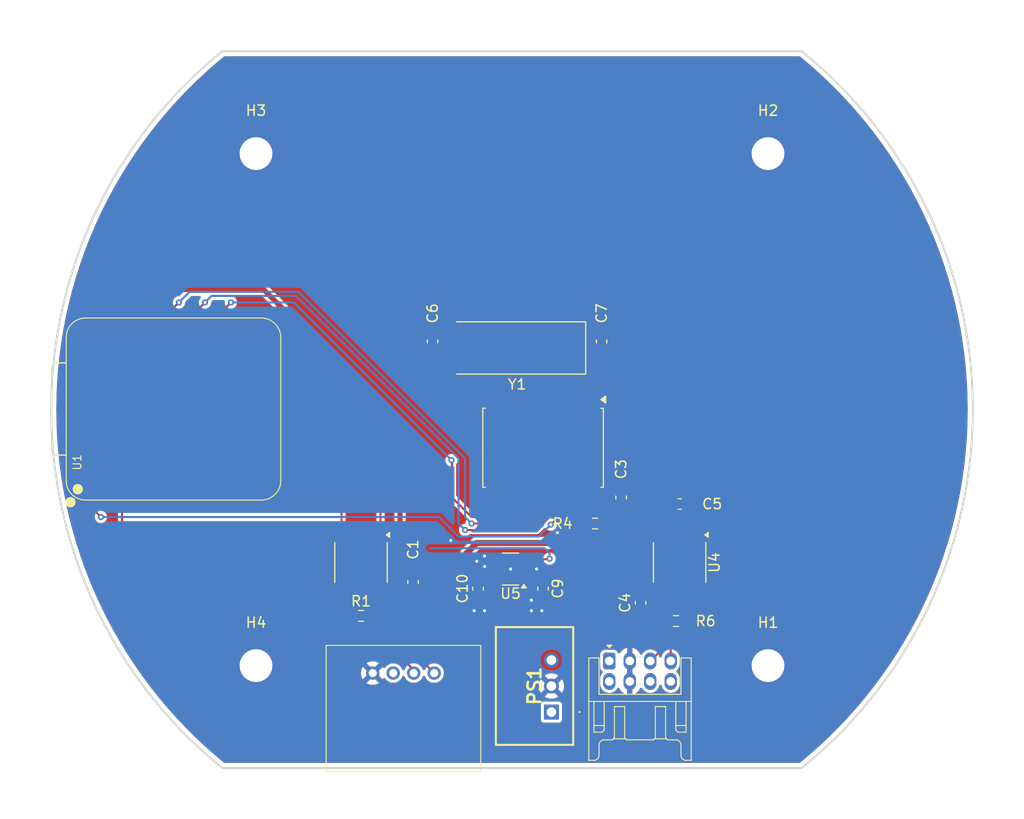
<source format=kicad_pcb>
(kicad_pcb (version 20241229) (generator "pcbnew") (generator_version "9.0")
  (layers (0 "F.Cu" signal) (2 "B.Cu" signal) (13 "F.Paste" user) (15 "B.Paste" user) (5 "F.SilkS" user "F.Silkscreen") (7 "B.SilkS" user "B.Silkscreen") (1 "F.Mask" user) (3 "B.Mask" user) (25 "Edge.Cuts" user))
  (net 0 "")
  (net 1 "+5V")
  (net 2 "GND")
  (net 3 "+3.3V")
  (net 4 "OSC1")
  (net 5 "OSC2")
  (net 6 "RS485_A")
  (net 7 "+12V")
  (net 8 "RS485_B")
  (net 9 "CAN_H")
  (net 10 "CAN_L")
  (net 11 "Net-(U3-~{RESET})")
  (net 12 "RS485_EN")
  (net 13 "RS485_DI")
  (net 14 "RS485_RO")
  (net 16 "CAN_TX")
  (net 17 "SPI_CS_MCP2515")
  (net 21 "CAN_RX")
  (net 23 "SPI_MISO")
  (net 25 "SPI_SCK")
  (net 27 "SPI_MOSI")
  (net 34 "RT9080_EN")
  (footprint "Capacitor_SMD:C_0603_1608Metric_Pad1.08x0.95mm_HandSolder" (layer "F.Cu") (at 140.335 116.84 -90)
    (property "Reference" "C1" (at -3.175 0 90) (layer "F.SilkS"))
    (property "Value" "0.1u")
    (fp_line (start -0.146267 0.51) (end 0.146267 0.51) (stroke (width 0.12)) (layer "F.SilkS"))
    (fp_line (start -0.146267 -0.51) (end 0.146267 -0.51) (stroke (width 0.12)) (layer "F.SilkS"))
    (pad "1" smd roundrect (at -0.8625 0 270) (size 1.075 0.95) (layers "F.Cu" "F.Mask" "F.Paste") (net 2 "GND"))
    (pad "2" smd roundrect (at 0.8625 0 270) (size 1.075 0.95) (layers "F.Cu" "F.Mask" "F.Paste") (net 1 "+5V"))
  )
  (footprint "Capacitor_SMD:C_0603_1608Metric_Pad1.08x0.95mm_HandSolder" (layer "F.Cu") (at 146.685 117.475 -90)
    (property "Reference" "C10" (at 0 1.524 90) (layer "F.SilkS"))
    (property "Value" "1u")
    (fp_line (start -0.146267 0.51) (end 0.146267 0.51) (stroke (width 0.12)) (layer "F.SilkS"))
    (fp_line (start -0.146267 -0.51) (end 0.146267 -0.51) (stroke (width 0.12)) (layer "F.SilkS"))
    (pad "1" smd roundrect (at -0.8625 0 270) (size 1.075 0.95) (layers "F.Cu" "F.Mask" "F.Paste") (net 3 "+3.3V"))
    (pad "2" smd roundrect (at 0.8625 0 270) (size 1.075 0.95) (layers "F.Cu" "F.Mask" "F.Paste") (net 2 "GND"))
  )
  (footprint "Resistor_SMD:R_0603_1608Metric_Pad0.98x0.95mm_HandSolder" (layer "F.Cu") (at 166.0125 120.65)
    (property "Reference" "R6" (at 2.8975 0 0) (layer "F.SilkS"))
    (property "Value" "120")
    (fp_line (start -0.254724 -0.5225) (end 0.254724 -0.5225) (stroke (width 0.12)) (layer "F.SilkS"))
    (fp_line (start -0.254724 0.5225) (end 0.254724 0.5225) (stroke (width 0.12)) (layer "F.SilkS"))
    (pad "1" smd roundrect (at -0.9125 0) (size 0.975 0.95) (layers "F.Cu" "F.Mask" "F.Paste") (net 10 "CAN_L"))
    (pad "2" smd roundrect (at 0.9125 0) (size 0.975 0.95) (layers "F.Cu" "F.Mask" "F.Paste") (net 9 "CAN_H"))
  )
  (footprint "Capacitor_SMD:C_0603_1608Metric_Pad1.08x0.95mm_HandSolder" (layer "F.Cu") (at 158.75 93.345 90)
    (property "Reference" "C7" (at 2.745 0 90) (layer "F.SilkS"))
    (property "Value" "15pF")
    (fp_line (start -0.146267 -0.51) (end 0.146267 -0.51) (stroke (width 0.12)) (layer "F.SilkS"))
    (fp_line (start -0.146267 0.51) (end 0.146267 0.51) (stroke (width 0.12)) (layer "F.SilkS"))
    (pad "1" smd roundrect (at -0.8625 0 90) (size 1.075 0.95) (layers "F.Cu" "F.Mask" "F.Paste") (net 5 "OSC2"))
    (pad "2" smd roundrect (at 0.8625 0 90) (size 1.075 0.95) (layers "F.Cu" "F.Mask" "F.Paste") (net 2 "GND"))
  )
  (footprint "Resistor_SMD:R_0603_1608Metric_Pad0.98x0.95mm_HandSolder" (layer "F.Cu") (at 135.255 120.142)
    (property "Reference" "R1" (at 0 -1.43 0) (layer "F.SilkS"))
    (property "Value" "120")
    (fp_line (start -0.254724 -0.5225) (end 0.254724 -0.5225) (stroke (width 0.12)) (layer "F.SilkS"))
    (fp_line (start -0.254724 0.5225) (end 0.254724 0.5225) (stroke (width 0.12)) (layer "F.SilkS"))
    (pad "1" smd roundrect (at -0.9125 0) (size 0.975 0.95) (layers "F.Cu" "F.Mask" "F.Paste") (net 6 "RS485_A"))
    (pad "2" smd roundrect (at 0.9125 0) (size 0.975 0.95) (layers "F.Cu" "F.Mask" "F.Paste") (net 8 "RS485_B"))
  )
  (footprint "MountingHole:MountingHole_3.2mm_M3_Pad_TopBottom" (layer "F.Cu") (at 125.000001 75)
    (property "Reference" "H3" (at 0 -4.2 0) (layer "F.SilkS"))
    (property "Value" "MountingHole_Pad")
    (pad "1" thru_hole circle (at 0 0) (size 3.6 3.6) (drill 3.2) (layers "*.Cu" "*.Mask") (net 2 "GND"))
    (pad "1" connect circle (at 0 0) (size 6.4 6.4) (layers "F.Cu" "F.Mask") (net 2 "GND"))
    (pad "1" connect circle (at 0 0) (size 6.4 6.4) (layers "B.Cu" "B.Mask") (net 2 "GND"))
  )
  (footprint "Resistor_SMD:R_0603_1608Metric_Pad0.98x0.95mm_HandSolder" (layer "F.Cu") (at 158.115 111.125)
    (property "Reference" "R4" (at -3.175 0 0) (layer "F.SilkS"))
    (property "Value" "10K")
    (fp_line (start -0.254724 -0.5225) (end 0.254724 -0.5225) (stroke (width 0.12)) (layer "F.SilkS"))
    (fp_line (start -0.254724 0.5225) (end 0.254724 0.5225) (stroke (width 0.12)) (layer "F.SilkS"))
    (pad "1" smd roundrect (at -0.9125 0) (size 0.975 0.95) (layers "F.Cu" "F.Mask" "F.Paste") (net 11 "Net-(U3-~{RESET})"))
    (pad "2" smd roundrect (at 0.9125 0) (size 0.975 0.95) (layers "F.Cu" "F.Mask" "F.Paste") (net 3 "+3.3V"))
  )
  (footprint "MountingHole:MountingHole_3.2mm_M3_Pad_TopBottom" (layer "F.Cu") (at 175.000001 75)
    (property "Reference" "H2" (at 0 -4.2 0) (layer "F.SilkS"))
    (property "Value" "MountingHole_Pad")
    (pad "1" thru_hole circle (at 0 0) (size 3.6 3.6) (drill 3.2) (layers "*.Cu" "*.Mask") (net 2 "GND"))
    (pad "1" connect circle (at 0 0) (size 6.4 6.4) (layers "F.Cu" "F.Mask") (net 2 "GND"))
    (pad "1" connect circle (at 0 0) (size 6.4 6.4) (layers "B.Cu" "B.Mask") (net 2 "GND"))
  )
  (footprint "Capacitor_SMD:C_0603_1608Metric_Pad1.08x0.95mm_HandSolder" (layer "F.Cu") (at 160.655 108.585 90)
    (property "Reference" "C3" (at 2.7675 0 90) (layer "F.SilkS"))
    (property "Value" "0.1uF")
    (fp_line (start -0.146267 -0.51) (end 0.146267 -0.51) (stroke (width 0.12)) (layer "F.SilkS"))
    (fp_line (start -0.146267 0.51) (end 0.146267 0.51) (stroke (width 0.12)) (layer "F.SilkS"))
    (pad "1" smd roundrect (at -0.8625 0 90) (size 1.075 0.95) (layers "F.Cu" "F.Mask" "F.Paste") (net 3 "+3.3V"))
    (pad "2" smd roundrect (at 0.8625 0 90) (size 1.075 0.95) (layers "F.Cu" "F.Mask" "F.Paste") (net 2 "GND"))
  )
  (footprint "Package_SO:SOIC-8_3.9x4.9mm_P1.27mm" (layer "F.Cu") (at 135.255 114.935 -90)
    (property "Reference" "U2" (hide yes))
    (property "Value" "LT1785xS8")
    (fp_line (start 0 2.56) (end -1.95 2.56) (stroke (width 0.12)) (layer "F.SilkS"))
    (fp_line (start 0 2.56) (end 1.95 2.56) (stroke (width 0.12)) (layer "F.SilkS"))
    (fp_line (start 0 -2.56) (end -1.95 -2.56) (stroke (width 0.12)) (layer "F.SilkS"))
    (fp_line (start 0 -2.56) (end 1.95 -2.56) (stroke (width 0.12)) (layer "F.SilkS"))
    (fp_poly (pts (xy -2.7 -2.465) (xy -2.94 -2.795) (xy -2.46 -2.795) (xy -2.7 -2.465)) (stroke (width 0.12)) (fill yes) (layer "F.SilkS"))
    (pad "1" smd roundrect (at -2.475 -1.905 270) (size 1.95 0.6) (layers "F.Cu" "F.Mask" "F.Paste") (net 14 "RS485_RO"))
    (pad "2" smd roundrect (at -2.475 -0.635 270) (size 1.95 0.6) (layers "F.Cu" "F.Mask" "F.Paste") (net 12 "RS485_EN"))
    (pad "3" smd roundrect (at -2.475 0.635 270) (size 1.95 0.6) (layers "F.Cu" "F.Mask" "F.Paste") (net 12 "RS485_EN"))
    (pad "4" smd roundrect (at -2.475 1.905 270) (size 1.95 0.6) (layers "F.Cu" "F.Mask" "F.Paste") (net 13 "RS485_DI"))
    (pad "5" smd roundrect (at 2.475 1.905 270) (size 1.95 0.6) (layers "F.Cu" "F.Mask" "F.Paste") (net 2 "GND"))
    (pad "6" smd roundrect (at 2.475 0.635 270) (size 1.95 0.6) (layers "F.Cu" "F.Mask" "F.Paste") (net 6 "RS485_A"))
    (pad "7" smd roundrect (at 2.475 -0.635 270) (size 1.95 0.6) (layers "F.Cu" "F.Mask" "F.Paste") (net 8 "RS485_B"))
    (pad "8" smd roundrect (at 2.475 -1.905 270) (size 1.95 0.6) (layers "F.Cu" "F.Mask" "F.Paste") (net 1 "+5V"))
  )
  (footprint "Capacitor_SMD:C_0603_1608Metric_Pad1.08x0.95mm_HandSolder" (layer "F.Cu") (at 153.035 117.475 -90)
    (property "Reference" "C9" (at 0 -1.43 90) (layer "F.SilkS"))
    (property "Value" "1u")
    (fp_line (start -0.146267 0.51) (end 0.146267 0.51) (stroke (width 0.12)) (layer "F.SilkS"))
    (fp_line (start -0.146267 -0.51) (end 0.146267 -0.51) (stroke (width 0.12)) (layer "F.SilkS"))
    (pad "1" smd roundrect (at -0.8625 0 270) (size 1.075 0.95) (layers "F.Cu" "F.Mask" "F.Paste") (net 1 "+5V"))
    (pad "2" smd roundrect (at 0.8625 0 270) (size 1.075 0.95) (layers "F.Cu" "F.Mask" "F.Paste") (net 2 "GND"))
  )
  (footprint "Capacitor_SMD:C_0603_1608Metric_Pad1.08x0.95mm_HandSolder" (layer "F.Cu") (at 142.24 93.345 90)
    (property "Reference" "C6" (at 2.745 0 90) (layer "F.SilkS"))
    (property "Value" "15pF")
    (fp_line (start -0.146267 -0.51) (end 0.146267 -0.51) (stroke (width 0.12)) (layer "F.SilkS"))
    (fp_line (start -0.146267 0.51) (end 0.146267 0.51) (stroke (width 0.12)) (layer "F.SilkS"))
    (pad "1" smd roundrect (at -0.8625 0 90) (size 1.075 0.95) (layers "F.Cu" "F.Mask" "F.Paste") (net 4 "OSC1"))
    (pad "2" smd roundrect (at 0.8625 0 90) (size 1.075 0.95) (layers "F.Cu" "F.Mask" "F.Paste") (net 2 "GND"))
  )
  (footprint "Package_SO:SOIC-18W_7.5x11.6mm_P1.27mm" (layer "F.Cu") (at 153.035 103.7325 -90)
    (property "Reference" "U3" (hide yes))
    (property "Value" "MCP2515-xSO")
    (fp_line (start -3.86 5.885) (end -3.86 5.64) (stroke (width 0.12)) (layer "F.SilkS"))
    (fp_line (start 0 5.885) (end -3.86 5.885) (stroke (width 0.12)) (layer "F.SilkS"))
    (fp_line (start 0 5.885) (end 3.86 5.885) (stroke (width 0.12)) (layer "F.SilkS"))
    (fp_line (start 3.86 5.885) (end 3.86 5.64) (stroke (width 0.12)) (layer "F.SilkS"))
    (fp_line (start -3.86 -5.885) (end -3.86 -5.64) (stroke (width 0.12)) (layer "F.SilkS"))
    (fp_line (start 0 -5.885) (end -3.86 -5.885) (stroke (width 0.12)) (layer "F.SilkS"))
    (fp_line (start 0 -5.885) (end 3.86 -5.885) (stroke (width 0.12)) (layer "F.SilkS"))
    (fp_line (start 3.86 -5.885) (end 3.86 -5.64) (stroke (width 0.12)) (layer "F.SilkS"))
    (fp_poly (pts (xy -4.7125 -5.64) (xy -5.0525 -6.11) (xy -4.3725 -6.11) (xy -4.7125 -5.64)) (stroke (width 0.12)) (fill yes) (layer "F.SilkS"))
    (pad "1" smd roundrect (at -4.65 -5.08 270) (size 2.05 0.6) (layers "F.Cu" "F.Mask" "F.Paste") (net 16 "CAN_TX"))
    (pad "2" smd roundrect (at -4.65 -3.81 270) (size 2.05 0.6) (layers "F.Cu" "F.Mask" "F.Paste") (net 21 "CAN_RX"))
    (pad "3" smd roundrect (at -4.65 -2.54 270) (size 2.05 0.6) (layers "F.Cu" "F.Mask" "F.Paste"))
    (pad "4" smd roundrect (at -4.65 -1.27 270) (size 2.05 0.6) (layers "F.Cu" "F.Mask" "F.Paste"))
    (pad "5" smd roundrect (at -4.65 0 270) (size 2.05 0.6) (layers "F.Cu" "F.Mask" "F.Paste"))
    (pad "6" smd roundrect (at -4.65 1.27 270) (size 2.05 0.6) (layers "F.Cu" "F.Mask" "F.Paste"))
    (pad "7" smd roundrect (at -4.65 2.54 270) (size 2.05 0.6) (layers "F.Cu" "F.Mask" "F.Paste") (net 5 "OSC2"))
    (pad "8" smd roundrect (at -4.65 3.81 270) (size 2.05 0.6) (layers "F.Cu" "F.Mask" "F.Paste") (net 4 "OSC1"))
    (pad "9" smd roundrect (at -4.65 5.08 270) (size 2.05 0.6) (layers "F.Cu" "F.Mask" "F.Paste") (net 2 "GND"))
    (pad "10" smd roundrect (at 4.65 5.08 270) (size 2.05 0.6) (layers "F.Cu" "F.Mask" "F.Paste"))
    (pad "11" smd roundrect (at 4.65 3.81 270) (size 2.05 0.6) (layers "F.Cu" "F.Mask" "F.Paste"))
    (pad "12" smd roundrect (at 4.65 2.54 270) (size 2.05 0.6) (layers "F.Cu" "F.Mask" "F.Paste"))
    (pad "13" smd roundrect (at 4.65 1.27 270) (size 2.05 0.6) (layers "F.Cu" "F.Mask" "F.Paste") (net 25 "SPI_SCK"))
    (pad "14" smd roundrect (at 4.65 0 270) (size 2.05 0.6) (layers "F.Cu" "F.Mask" "F.Paste") (net 27 "SPI_MOSI"))
    (pad "15" smd roundrect (at 4.65 -1.27 270) (size 2.05 0.6) (layers "F.Cu" "F.Mask" "F.Paste") (net 23 "SPI_MISO"))
    (pad "16" smd roundrect (at 4.65 -2.54 270) (size 2.05 0.6) (layers "F.Cu" "F.Mask" "F.Paste") (net 17 "SPI_CS_MCP2515"))
    (pad "17" smd roundrect (at 4.65 -3.81 270) (size 2.05 0.6) (layers "F.Cu" "F.Mask" "F.Paste") (net 11 "Net-(U3-~{RESET})"))
    (pad "18" smd roundrect (at 4.65 -5.08 270) (size 2.05 0.6) (layers "F.Cu" "F.Mask" "F.Paste") (net 3 "+3.3V"))
  )
  (footprint "MountingHole:MountingHole_3.2mm_M3_Pad_TopBottom" (layer "F.Cu") (at 175.000001 125)
    (property "Reference" "H1" (at 0 -4.2 0) (layer "F.SilkS"))
    (property "Value" "MountingHole_Pad")
    (pad "1" thru_hole circle (at 0 0) (size 3.6 3.6) (drill 3.2) (layers "*.Cu" "*.Mask") (net 2 "GND"))
    (pad "1" connect circle (at 0 0) (size 6.4 6.4) (layers "F.Cu" "F.Mask") (net 2 "GND"))
    (pad "1" connect circle (at 0 0) (size 6.4 6.4) (layers "B.Cu" "B.Mask") (net 2 "GND"))
  )
  (footprint "Package_SO:SOIC-8_3.9x4.9mm_P1.27mm" (layer "F.Cu") (at 166.37 114.935 -90)
    (property "Reference" "U4" (at 0 -3.4 90) (layer "F.SilkS"))
    (property "Value" "MCP2562-E-SN")
    (fp_line (start 0 2.56) (end -1.95 2.56) (stroke (width 0.12)) (layer "F.SilkS"))
    (fp_line (start 0 2.56) (end 1.95 2.56) (stroke (width 0.12)) (layer "F.SilkS"))
    (fp_line (start 0 -2.56) (end -1.95 -2.56) (stroke (width 0.12)) (layer "F.SilkS"))
    (fp_line (start 0 -2.56) (end 1.95 -2.56) (stroke (width 0.12)) (layer "F.SilkS"))
    (fp_poly (pts (xy -2.7 -2.465) (xy -2.94 -2.795) (xy -2.46 -2.795) (xy -2.7 -2.465)) (stroke (width 0.12)) (fill yes) (layer "F.SilkS"))
    (pad "1" smd roundrect (at -2.475 -1.905 270) (size 1.95 0.6) (layers "F.Cu" "F.Mask" "F.Paste") (net 16 "CAN_TX"))
    (pad "2" smd roundrect (at -2.475 -0.635 270) (size 1.95 0.6) (layers "F.Cu" "F.Mask" "F.Paste") (net 2 "GND"))
    (pad "3" smd roundrect (at -2.475 0.635 270) (size 1.95 0.6) (layers "F.Cu" "F.Mask" "F.Paste") (net 3 "+3.3V"))
    (pad "4" smd roundrect (at -2.475 1.905 270) (size 1.95 0.6) (layers "F.Cu" "F.Mask" "F.Paste") (net 21 "CAN_RX"))
    (pad "5" smd roundrect (at 2.475 1.905 270) (size 1.95 0.6) (layers "F.Cu" "F.Mask" "F.Paste") (net 3 "+3.3V"))
    (pad "6" smd roundrect (at 2.475 0.635 270) (size 1.95 0.6) (layers "F.Cu" "F.Mask" "F.Paste") (net 10 "CAN_L"))
    (pad "7" smd roundrect (at 2.475 -0.635 270) (size 1.95 0.6) (layers "F.Cu" "F.Mask" "F.Paste") (net 9 "CAN_H"))
    (pad "8" smd roundrect (at 2.475 -1.905 270) (size 1.95 0.6) (layers "F.Cu" "F.Mask" "F.Paste") (net 2 "GND"))
  )
  (footprint "Package_TO_SOT_SMD:TSOT-23-5" (layer "F.Cu") (at 149.86 115.57 180)
    (property "Reference" "U5" (at 0 -2.4 0) (layer "F.SilkS"))
    (property "Value" "NCV8114BSN330T1G")
    (fp_line (start 0 1.56) (end 0.8 1.56) (stroke (width 0.12)) (layer "F.SilkS"))
    (fp_line (start 0 1.56) (end -0.8 1.56) (stroke (width 0.12)) (layer "F.SilkS"))
    (fp_line (start 0 -1.56) (end 0.8 -1.56) (stroke (width 0.12)) (layer "F.SilkS"))
    (fp_line (start 0 -1.56) (end -0.8 -1.56) (stroke (width 0.12)) (layer "F.SilkS"))
    (fp_poly (pts (xy -1.3 -1.51) (xy -1.54 -1.84) (xy -1.06 -1.84) (xy -1.3 -1.51)) (stroke (width 0.12)) (fill yes) (layer "F.SilkS"))
    (pad "1" smd roundrect (at -1.1375 -0.95 180) (size 1.325 0.6) (layers "F.Cu" "F.Mask" "F.Paste") (net 1 "+5V"))
    (pad "2" smd roundrect (at -1.1375 0 180) (size 1.325 0.6) (layers "F.Cu" "F.Mask" "F.Paste") (net 2 "GND"))
    (pad "3" smd roundrect (at -1.1375 0.95 180) (size 1.325 0.6) (layers "F.Cu" "F.Mask" "F.Paste") (net 34 "RT9080_EN"))
    (pad "4" smd roundrect (at 1.1375 0.95 180) (size 1.325 0.6) (layers "F.Cu" "F.Mask" "F.Paste"))
    (pad "5" smd roundrect (at 1.1375 -0.95 180) (size 1.325 0.6) (layers "F.Cu" "F.Mask" "F.Paste") (net 3 "+3.3V"))
  )
  (footprint "Capacitor_SMD:C_0603_1608Metric_Pad1.08x0.95mm_HandSolder" (layer "F.Cu") (at 166.37 109.22 180)
    (property "Reference" "C5" (at -3.175 0 0) (layer "F.SilkS"))
    (property "Value" "0.1uF")
    (fp_line (start -0.146267 0.51) (end 0.146267 0.51) (stroke (width 0.12)) (layer "F.SilkS"))
    (fp_line (start -0.146267 -0.51) (end 0.146267 -0.51) (stroke (width 0.12)) (layer "F.SilkS"))
    (pad "1" smd roundrect (at -0.8625 0 180) (size 1.075 0.95) (layers "F.Cu" "F.Mask" "F.Paste") (net 2 "GND"))
    (pad "2" smd roundrect (at 0.8625 0 180) (size 1.075 0.95) (layers "F.Cu" "F.Mask" "F.Paste") (net 3 "+3.3V"))
  )
  (footprint "Capacitor_SMD:C_0603_1608Metric_Pad1.08x0.95mm_HandSolder" (layer "F.Cu") (at 162.56 118.872 90)
    (property "Reference" "C4" (at 0 -1.524 90) (layer "F.SilkS"))
    (property "Value" "0.1uF")
    (fp_line (start -0.146267 -0.51) (end 0.146267 -0.51) (stroke (width 0.12)) (layer "F.SilkS"))
    (fp_line (start -0.146267 0.51) (end 0.146267 0.51) (stroke (width 0.12)) (layer "F.SilkS"))
    (pad "1" smd roundrect (at -0.8625 0 90) (size 1.075 0.95) (layers "F.Cu" "F.Mask" "F.Paste") (net 2 "GND"))
    (pad "2" smd roundrect (at 0.8625 0 90) (size 1.075 0.95) (layers "F.Cu" "F.Mask" "F.Paste") (net 3 "+3.3V"))
  )
  (footprint "TSRP_Connector_Hirose:DF11-8DP-2DS" (layer "F.Cu") (at 162.5 128)
    (property "Reference" "J2" (hide yes))
    (property "Value" "DF11-8DP-2DS")
    (fp_line (start -5 -3.75) (end -5 6.25) (stroke (width 0.1)) (layer "F.SilkS"))
    (fp_line (start -5 -3.75) (end -4 -3.75) (stroke (width 0.1)) (layer "F.SilkS"))
    (fp_line (start -5 0.5) (end 5 0.5) (stroke (width 0.1)) (layer "F.SilkS"))
    (fp_line (start -5 6.25) (end -4.5 6.25) (stroke (width 0.1)) (layer "F.SilkS"))
    (fp_line (start -4.5 0.5) (end -4.5 3.5) (stroke (width 0.1)) (layer "F.SilkS"))
    (fp_line (start -4.5 3.5) (end -3.7 3.5) (stroke (width 0.1)) (layer "F.SilkS"))
    (fp_line (start -4 -3.75) (end -4 -0.2) (stroke (width 0.1)) (layer "F.SilkS"))
    (fp_line (start -4 4.75) (end -4 5.75) (stroke (width 0.1)) (layer "F.SilkS"))
    (fp_line (start -3.7 3.5) (end -3.5 3.3) (stroke (width 0.1)) (layer "F.SilkS"))
    (fp_line (start -3.5 2.85) (end -4.5 2.85) (stroke (width 0.1)) (layer "F.SilkS"))
    (fp_line (start -3.5 3.3) (end -3.5 0.5) (stroke (width 0.1)) (layer "F.SilkS"))
    (fp_line (start -3.5 4.25) (end -2.7 4.25) (stroke (width 0.1)) (layer "F.SilkS"))
    (fp_line (start -2.7 4.25) (end -2.5 4.05) (stroke (width 0.1)) (layer "F.SilkS"))
    (fp_line (start -2.6 4.15) (end -1.4 4.15) (stroke (width 0.1)) (layer "F.SilkS"))
    (fp_line (start -2.5 1) (end -2.5 4.05) (stroke (width 0.1)) (layer "F.SilkS"))
    (fp_line (start -2.5 1) (end -1.5 1) (stroke (width 0.1)) (layer "F.SilkS"))
    (fp_line (start -1.5 1) (end -1.5 4.05) (stroke (width 0.1)) (layer "F.SilkS"))
    (fp_line (start -1.5 4.05) (end -1.3 4.25) (stroke (width 0.1)) (layer "F.SilkS"))
    (fp_line (start -1.3 4.25) (end 1.3 4.25) (stroke (width 0.1)) (layer "F.SilkS"))
    (fp_line (start 1.3 4.25) (end 1.5 4.05) (stroke (width 0.1)) (layer "F.SilkS"))
    (fp_line (start 1.4 4.15) (end 2.6 4.15) (stroke (width 0.1)) (layer "F.SilkS"))
    (fp_line (start 1.5 1) (end 1.5 4.05) (stroke (width 0.1)) (layer "F.SilkS"))
    (fp_line (start 2.5 1) (end 1.5 1) (stroke (width 0.1)) (layer "F.SilkS"))
    (fp_line (start 2.5 1) (end 2.5 4.05) (stroke (width 0.1)) (layer "F.SilkS"))
    (fp_line (start 2.5 4.05) (end 2.7 4.25) (stroke (width 0.1)) (layer "F.SilkS"))
    (fp_line (start 2.7 4.25) (end 3.5 4.25) (stroke (width 0.1)) (layer "F.SilkS"))
    (fp_line (start 3.5 2.85) (end 4.5 2.85) (stroke (width 0.1)) (layer "F.SilkS"))
    (fp_line (start 3.5 3.3) (end 3.5 0.5) (stroke (width 0.1)) (layer "F.SilkS"))
    (fp_line (start 3.5 3.3) (end 3.7 3.5) (stroke (width 0.1)) (layer "F.SilkS"))
    (fp_line (start 4 -3.75) (end 4 -0.2) (stroke (width 0.1)) (layer "F.SilkS"))
    (fp_line (start 4 -0.2) (end -4 -0.2) (stroke (width 0.1)) (layer "F.SilkS"))
    (fp_line (start 4 4.75) (end 4 5.75) (stroke (width 0.1)) (layer "F.SilkS"))
    (fp_line (start 4.5 0.5) (end 4.5 3.5) (stroke (width 0.1)) (layer "F.SilkS"))
    (fp_line (start 4.5 3.5) (end 3.7 3.5) (stroke (width 0.1)) (layer "F.SilkS"))
    (fp_line (start 5 -3.75) (end 4 -3.75) (stroke (width 0.1)) (layer "F.SilkS"))
    (fp_line (start 5 -3.75) (end 5 6.25) (stroke (width 0.1)) (layer "F.SilkS"))
    (fp_line (start 5 6.25) (end 4.5 6.25) (stroke (width 0.1)) (layer "F.SilkS"))
    (fp_arc (start -4 4.75) (mid -3.853553 4.396447) (end -3.5 4.25) (stroke (width 0.1)) (layer "F.SilkS"))
    (fp_arc (start -4 5.75) (mid -4.146447 6.103553) (end -4.5 6.25) (stroke (width 0.1)) (layer "F.SilkS"))
    (fp_arc (start 3.5 4.25) (mid 3.853553 4.396447) (end 4 4.75) (stroke (width 0.1)) (layer "F.SilkS"))
    (fp_arc (start 4.5 6.25) (mid 4.146447 6.103553) (end 4 5.75) (stroke (width 0.1)) (layer "F.SilkS"))
    (fp_poly (pts (xy -3.25 -5) (xy -2.75 -5) (xy -3 -4.75)) (stroke (width 0.1)) (fill yes) (layer "F.SilkS"))
    (pad "1" thru_hole roundrect (at -3 -3.45) (size 1.2 1.62) (drill 0.85) (layers "*.Cu" "*.Mask") (roundrect_rratio 0.2083333333) (net 7 "+12V"))
    (pad "2" thru_hole oval (at -3 -1.45) (size 1.2 1.65) (drill 0.85) (layers "*.Cu" "*.Mask") (net 7 "+12V"))
    (pad "3" thru_hole oval (at -1 -3.45) (size 1.2 1.65) (drill 0.85) (layers "*.Cu" "*.Mask") (net 2 "GND"))
    (pad "4" thru_hole oval (at -1 -1.45) (size 1.2 1.65) (drill 0.85) (layers "*.Cu" "*.Mask") (net 2 "GND"))
    (pad "5" thru_hole oval (at 1 -3.45) (size 1.2 1.65) (drill 0.85) (layers "*.Cu" "*.Mask") (net 10 "CAN_L"))
    (pad "6" thru_hole oval (at 1 -1.45) (size 1.2 1.65) (drill 0.85) (layers "*.Cu" "*.Mask") (net 10 "CAN_L"))
    (pad "7" thru_hole oval (at 3 -3.45) (size 1.2 1.65) (drill 0.85) (layers "*.Cu" "*.Mask") (net 9 "CAN_H"))
    (pad "8" thru_hole oval (at 3 -1.45) (size 1.2 1.65) (drill 0.85) (layers "*.Cu" "*.Mask") (net 9 "CAN_H"))
  )
  (footprint "TSRP_Seeed_XIAO:XIAO-RP2040-SMD" (layer "F.Cu") (at 117 100 90)
    (property "Reference" "U1" (at -6 -9 90) (layer "F.SilkS") (effects (font (size 0.78232 0.78232) (thickness 0.10668)) (justify left bottom)))
    (property "Value" "XIAO-RP2040-DIP")
    (fp_line (start -3.936272 -11.947) (end 4.059 -11.947) (stroke (width 0.127)) (layer "F.SilkS"))
    (fp_line (start 4.559 -11.447) (end 4.559 -10.537) (stroke (width 0.127)) (layer "F.SilkS"))
    (fp_line (start 7.04 -10.537) (end -6.93 -10.537) (stroke (width 0.1)) (layer "F.SilkS"))
    (fp_line (start -4.44 -10.537) (end -4.436272 -11.447272) (stroke (width 0.127)) (layer "F.SilkS"))
    (fp_line (start 8.945 8.513) (end 8.945 -8.632) (stroke (width 0.1)) (layer "F.SilkS"))
    (fp_line (start -8.835 8.513) (end -8.835 -8.632) (stroke (width 0.1)) (layer "F.SilkS"))
    (fp_line (start -6.93 10.418) (end 7.04 10.418) (stroke (width 0.1)) (layer "F.SilkS"))
    (fp_arc (start 4.059 -11.947) (mid 4.412553 -11.800553) (end 4.559 -11.447) (stroke (width 0.127)) (layer "F.SilkS"))
    (fp_arc (start -4.436272 -11.447272) (mid -4.289724 -11.800644) (end -3.936272 -11.947) (stroke (width 0.127)) (layer "F.SilkS"))
    (fp_arc (start 7.04 -10.537) (mid 8.387038 -9.979038) (end 8.945 -8.632) (stroke (width 0.1)) (layer "F.SilkS"))
    (fp_arc (start -8.835 -8.636) (mid -8.277038 -9.983038) (end -6.93 -10.541) (stroke (width 0.1)) (layer "F.SilkS"))
    (fp_arc (start 8.945 8.513) (mid 8.387038 9.860038) (end 7.04 10.418) (stroke (width 0.1)) (layer "F.SilkS"))
    (fp_arc (start -6.93 10.418) (mid -8.277038 9.860038) (end -8.835 8.513) (stroke (width 0.1)) (layer "F.SilkS"))
    (fp_circle (center -9.045 -10.121) (end -9.045 -10.375) (stroke (width 0.5)) (fill yes) (layer "F.SilkS"))
    (fp_circle (center -7.771 -9.404) (end -7.771 -9.658) (stroke (width 0.5)) (fill yes) (layer "F.SilkS"))
    (pad "1" smd roundrect (at -8 -7.62 90) (size 2.75 2) (layers "F.Cu" "F.Mask" "F.Paste") (net 17 "SPI_CS_MCP2515"))
    (pad "2" smd roundrect (at -8 -5.08 90) (size 2.75 2) (layers "F.Cu" "F.Mask" "F.Paste") (net 12 "RS485_EN"))
    (pad "3" smd roundrect (at -8 -2.54 90) (size 2.75 2) (layers "F.Cu" "F.Mask" "F.Paste"))
    (pad "4" smd roundrect (at -8 0 90) (size 2.75 2) (layers "F.Cu" "F.Mask" "F.Paste"))
    (pad "5" smd roundrect (at -8 2.54 90) (size 2.75 2) (layers "F.Cu" "F.Mask" "F.Paste"))
    (pad "6" smd roundrect (at -8 5.08 90) (size 2.75 2) (layers "F.Cu" "F.Mask" "F.Paste"))
    (pad "7" smd roundrect (at -8 7.62 90) (size 2.75 2) (layers "F.Cu" "F.Mask" "F.Paste") (net 13 "RS485_DI"))
    (pad "8" smd roundrect (at 8.165 7.62 90) (size 2.75 2) (layers "F.Cu" "F.Mask" "F.Paste") (net 14 "RS485_RO"))
    (pad "9" smd roundrect (at 8.165 5.08 90) (size 2.75 2) (layers "F.Cu" "F.Mask" "F.Paste") (net 25 "SPI_SCK"))
    (pad "10" smd roundrect (at 8.165 2.54 90) (size 2.75 2) (layers "F.Cu" "F.Mask" "F.Paste") (net 23 "SPI_MISO"))
    (pad "11" smd roundrect (at 8.165 0 90) (size 2.75 2) (layers "F.Cu" "F.Mask" "F.Paste") (net 27 "SPI_MOSI"))
    (pad "12" smd roundrect (at 8.165 -2.54 90) (size 2.75 2) (layers "F.Cu" "F.Mask" "F.Paste"))
    (pad "13" smd roundrect (at 8.165 -5.08 90) (size 2.75 2) (layers "F.Cu" "F.Mask" "F.Paste") (net 2 "GND"))
    (pad "14" smd roundrect (at 8.165 -7.62 90) (size 2.75 2) (layers "F.Cu" "F.Mask" "F.Paste") (net 1 "+5V"))
    (pad "15" smd roundrect (at -1.088 8.64) (size 2.5 1.1) (layers "F.Cu" "F.Mask" "F.Paste"))
    (pad "16" smd roundrect (at 1.452 8.64) (size 2.5 1.1) (layers "F.Cu" "F.Mask" "F.Paste"))
    (pad "17" smd circle (at -1.088 -8.378 90) (size 1.7 1.7) (layers "F.Cu" "F.Mask" "F.Paste"))
    (pad "18" smd circle (at 1.452 -8.378 90) (size 1.7 1.7) (layers "F.Cu" "F.Mask" "F.Paste"))
    (pad "19" smd circle (at -1.088 -5.838 90) (size 1.7 1.7) (layers "F.Cu" "F.Mask" "F.Paste"))
    (pad "20" smd circle (at 1.452 -5.838 90) (size 1.7 1.7) (layers "F.Cu" "F.Mask" "F.Paste"))
  )
  (footprint "MountingHole:MountingHole_3.2mm_M3_Pad_TopBottom" (layer "F.Cu") (at 125.000001 125)
    (property "Reference" "H4" (at 0 -4.2 0) (layer "F.SilkS"))
    (property "Value" "MountingHole_Pad")
    (pad "1" thru_hole circle (at 0 0) (size 3.6 3.6) (drill 3.2) (layers "*.Cu" "*.Mask") (net 2 "GND"))
    (pad "1" connect circle (at 0 0) (size 6.4 6.4) (layers "F.Cu" "F.Mask") (net 2 "GND"))
    (pad "1" connect circle (at 0 0) (size 6.4 6.4) (layers "B.Cu" "B.Mask") (net 2 "GND"))
  )
  (footprint "Crystal:Crystal_SMD_HC49-SD" (layer "F.Cu") (at 150.495 93.98 180)
    (property "Reference" "Y1" (at 0 -3.55 0) (layer "F.SilkS"))
    (property "Value" "8MHz")
    (fp_line (start 5.9 -2.55) (end -6.7 -2.55) (stroke (width 0.12)) (layer "F.SilkS"))
    (fp_line (start -6.7 2.55) (end 5.9 2.55) (stroke (width 0.12)) (layer "F.SilkS"))
    (fp_line (start -6.7 -2.55) (end -6.7 2.55) (stroke (width 0.12)) (layer "F.SilkS"))
    (pad "1" smd rect (at -4.25 0 180) (size 4.5 2) (layers "F.Cu" "F.Mask" "F.Paste") (net 5 "OSC2"))
    (pad "2" smd rect (at 4.25 0 180) (size 4.5 2) (layers "F.Cu" "F.Mask" "F.Paste") (net 4 "OSC1"))
  )
  (footprint "TSRP_Connector_Hirose:DF51A-4P-2DS" (layer "F.Cu") (at 139.4 135.18)
    (property "Reference" "J1" (hide yes))
    (property "Value" "DF51A-4P-2DS")
    (fp_rect (start -7.55 -12.15) (end 7.55 0.15) (stroke (width 0.1)) (fill no) (layer "F.SilkS"))
    (pad "1" thru_hole circle (at -3 -9.45) (size 1.3 1.3) (drill 0.8) (layers "*.Cu" "*.Mask") (net 2 "GND"))
    (pad "2" thru_hole circle (at -1 -9.45) (size 1.3 1.3) (drill 0.8) (layers "*.Cu" "*.Mask") (net 7 "+12V"))
    (pad "3" thru_hole circle (at 1 -9.45) (size 1.3 1.3) (drill 0.8) (layers "*.Cu" "*.Mask") (net 6 "RS485_A"))
    (pad "4" thru_hole circle (at 3 -9.45) (size 1.3 1.3) (drill 0.8) (layers "*.Cu" "*.Mask") (net 8 "RS485_B"))
  )
  (footprint "TSRP_IC:M78AR03305" (layer "F.Cu") (at 153.85 129.54 90)
    (property "Reference" "PS1" (at 2.55 -1.65 90) (layer "F.SilkS") (effects (font (size 1.27 1.27) (thickness 0.254))))
    (property "Value" "M78AR05-0.5" (hide yes))
    (fp_line (start 8.3 -5.425) (end -3.2 -5.425) (stroke (width 0.2)) (layer "F.SilkS"))
    (fp_line (start -3.2 -5.425) (end -3.2 2.125) (stroke (width 0.2)) (layer "F.SilkS"))
    (fp_line (start 8.3 2.125) (end 8.3 -5.425) (stroke (width 0.2)) (layer "F.SilkS"))
    (fp_line (start -3.2 2.125) (end 8.3 2.125) (stroke (width 0.2)) (layer "F.SilkS"))
    (fp_line (start 0 2.7) (end 0 2.7) (stroke (width 0.1)) (layer "F.SilkS"))
    (fp_line (start 0 2.8) (end 0 2.8) (stroke (width 0.1)) (layer "F.SilkS"))
    (fp_arc (start 0 2.7) (mid 0.05 2.75) (end 0 2.8) (stroke (width 0.1)) (layer "F.SilkS"))
    (fp_arc (start 0 2.8) (mid -0.05 2.75) (end 0 2.7) (stroke (width 0.1)) (layer "F.SilkS"))
    (pad "1" thru_hole rect (at 0 0 90) (size 1.462 1.462) (drill 0.94) (layers "*.Cu" "*.Mask") (net 7 "+12V"))
    (pad "2" thru_hole circle (at 2.54 0 90) (size 1.462 1.462) (drill 0.94) (layers "*.Cu" "*.Mask") (net 2 "GND"))
    (pad "3" thru_hole circle (at 5.08 0 90) (size 1.462 1.462) (drill 0.94) (layers "*.Cu" "*.Mask") (net 1 "+5V"))
  )
  (gr_line (start 150.000001 135.000001) (end 178.284267 135.000001) (stroke (width 0.2)) (layer "Edge.Cuts"))
  (gr_line (start 150.000001 64.999999) (end 178.28427 64.999999) (stroke (width 0.2)) (layer "Edge.Cuts"))
  (gr_line (start 150.000001 64.999999) (end 121.715732 64.999999) (stroke (width 0.2)) (layer "Edge.Cuts"))
  (gr_arc (start 178.28427 64.999999) (mid 195.000001 100) (end 178.284267 135.000001) (stroke (width 0.2)) (layer "Edge.Cuts"))
  (gr_arc (start 121.715731 135.000001) (mid 105 100) (end 121.715732 64.999999) (stroke (width 0.2)) (layer "Edge.Cuts"))
  (gr_line (start 150.000001 135.000001) (end 121.715731 135.000001) (stroke (width 0.2)) (layer "Edge.Cuts"))
  (segment (start 153.85 124.46) (end 147.0925 124.46) (width 0.5) (layer "F.Cu") (net 1))
  (segment (start 137.16 117.41) (end 140.0425 117.41) (width 0.5) (layer "F.Cu") (net 1))
  (segment (start 137.16 117.41) (end 139.065 115.505) (width 0.5) (layer "F.Cu") (net 1))
  (segment (start 139.065 101.6) (end 125.73 88.265) (width 0.5) (layer "F.Cu") (net 1))
  (segment (start 109.38 90.01) (end 109.38 91.835) (width 0.5) (layer "F.Cu") (net 1))
  (segment (start 139.065 115.505) (end 139.065 101.6) (width 0.5) (layer "F.Cu") (net 1))
  (segment (start 111.125 88.265) (end 109.38 90.01) (width 0.5) (layer "F.Cu") (net 1))
  (segment (start 125.73 88.265) (end 111.125 88.265) (width 0.5) (layer "F.Cu") (net 1))
  (segment (start 140.0425 117.41) (end 140.335 117.7025) (width 0.5) (layer "F.Cu") (net 1))
  (segment (start 147.0925 124.46) (end 140.335 117.7025) (width 0.5) (layer "F.Cu") (net 1))
  (segment (start 167.005 109.4475) (end 167.2325 109.22) (width 0.2) (layer "F.Cu") (net 2))
  (segment (start 167.005 112.46) (end 167.005 109.4475) (width 0.2) (layer "F.Cu") (net 2))
  (via (at 146.304 119.634) (size 0.6) (drill 0.3) (layers "F.Cu" "B.Cu") (net 2))
  (via (at 147.32 115.316) (size 0.6) (drill 0.3) (layers "F.Cu" "B.Cu") (net 2))
  (via (at 146.558 114.808) (size 0.6) (drill 0.3) (layers "F.Cu" "B.Cu") (net 2))
  (via (at 147.32 119.634) (size 0.6) (drill 0.3) (layers "F.Cu" "B.Cu") (net 2))
  (via (at 147.32 114.3) (size 0.6) (drill 0.3) (layers "F.Cu" "B.Cu") (net 2))
  (via (at 152.908 119.634) (size 0.6) (drill 0.3) (layers "F.Cu" "B.Cu") (net 2))
  (via (at 144.018 112.776) (size 0.6) (drill 0.3) (layers "F.Cu" "B.Cu") (net 2))
  (via (at 152.4 115.57) (size 0.6) (drill 0.3) (layers "F.Cu" "B.Cu") (net 2))
  (via (at 151.892 118.618) (size 0.6) (drill 0.3) (layers "F.Cu" "B.Cu") (net 2))
  (via (at 149.86 115.57) (size 0.6) (drill 0.3) (layers "F.Cu" "B.Cu") (net 2))
  (via (at 151.892 119.634) (size 0.6) (drill 0.3) (layers "F.Cu" "B.Cu") (net 2))
  (via (at 154.432 112.014) (size 0.6) (drill 0.3) (layers "F.Cu" "B.Cu") (net 2))
  (segment (start 165.735 109.4475) (end 165.735 112.46) (width 0.2) (layer "F.Cu") (net 3))
  (segment (start 165.1 109.22) (end 164.8725 109.4475) (width 0.6) (layer "F.Cu") (net 3))
  (segment (start 159.18 109.4475) (end 160.655 109.4475) (width 0.2) (layer "F.Cu") (net 3))
  (segment (start 160.655 109.4475) (end 160.655 110.363) (width 0.6) (layer "F.Cu") (net 3))
  (segment (start 159.258 113.03) (end 146.558 113.03) (width 0.6) (layer "F.Cu") (net 3))
  (segment (start 159.893 111.125) (end 159.0275 111.125) (width 0.6) (layer "F.Cu") (net 3))
  (segment (start 165.5075 109.22) (end 165.735 109.4475) (width 0.2) (layer "F.Cu") (net 3))
  (segment (start 164.8725 109.4475) (end 160.655 109.4475) (width 0.6) (layer "F.Cu") (net 3))
  (segment (start 160.655 110.363) (end 159.893 111.125) (width 0.6) (layer "F.Cu") (net 3))
  (segment (start 158.115 108.3825) (end 159.18 109.4475) (width 0.2) (layer "F.Cu") (net 3))
  (segment (start 146.558 113.03) (end 145.542 114.046) (width 0.6) (layer "F.Cu") (net 3))
  (segment (start 145.542 114.046) (end 145.542 116.078) (width 0.6) (layer "F.Cu") (net 3))
  (segment (start 165.5075 109.22) (end 165.1 109.22) (width 0.2) (layer "F.Cu") (net 3))
  (segment (start 146.0175 94.2075) (end 146.245 93.98) (width 0.2) (layer "F.Cu") (net 4))
  (segment (start 142.24 94.2075) (end 146.0175 94.2075) (width 0.2) (layer "F.Cu") (net 4))
  (segment (start 158.75 94.2075) (end 154.9725 94.2075) (width 0.2) (layer "F.Cu") (net 5))
  (segment (start 154.9725 94.2075) (end 154.745 93.98) (width 0.2) (layer "F.Cu") (net 5))
  (segment (start 134.62 117.41) (end 134.62 119.8645) (width 0.2) (layer "F.Cu") (net 6))
  (segment (start 134.62 119.8645) (end 134.3425 120.142) (width 0.2) (layer "F.Cu") (net 6))
  (segment (start 136.144 121.158) (end 140.4 125.414) (width 0.2) (layer "F.Cu") (net 6))
  (segment (start 135.3585 121.158) (end 136.144 121.158) (width 0.2) (layer "F.Cu") (net 6))
  (segment (start 134.3425 120.142) (end 135.3585 121.158) (width 0.2) (layer "F.Cu") (net 6))
  (segment (start 140.4 125.414) (end 140.4 125.73) (width 0.2) (layer "F.Cu") (net 6))
  (segment (start 136.1675 120.142) (end 136.1675 120.1655) (width 0.2) (layer "F.Cu") (net 8))
  (segment (start 135.89 117.41) (end 135.89 119.8645) (width 0.2) (layer "F.Cu") (net 8))
  (segment (start 136.812 120.142) (end 142.4 125.73) (width 0.2) (layer "F.Cu") (net 8))
  (segment (start 135.89 119.8645) (end 136.1675 120.142) (width 0.2) (layer "F.Cu") (net 8))
  (segment (start 136.1675 120.142) (end 136.812 120.142) (width 0.2) (layer "F.Cu") (net 8))
  (segment (start 167.005 117.41) (end 167.005 120.57) (width 0.2) (layer "F.Cu") (net 9))
  (segment (start 167.005 120.57) (end 166.925 120.65) (width 0.2) (layer "F.Cu") (net 9))
  (segment (start 165.5 124.55) (end 165.5 122.075) (width 0.2) (layer "F.Cu") (net 9))
  (segment (start 165.5 122.075) (end 166.925 120.65) (width 0.2) (layer "F.Cu") (net 9))
  (segment (start 165.1 120.65) (end 165.1 122.95) (width 0.2) (layer "F.Cu") (net 10))
  (segment (start 165.735 117.41) (end 165.735 120.015) (width 0.2) (layer "F.Cu") (net 10))
  (segment (start 165.1 122.95) (end 163.5 124.55) (width 0.2) (layer "F.Cu") (net 10))
  (segment (start 165.735 120.015) (end 165.1 120.65) (width 0.2) (layer "F.Cu") (net 10))
  (segment (start 156.845 110.7675) (end 157.2025 111.125) (width 0.2) (layer "F.Cu") (net 11))
  (segment (start 156.845 108.3825) (end 156.845 110.7675) (width 0.2) (layer "F.Cu") (net 11))
  (segment (start 111.92 108) (end 111.92 111.92) (width 0.2) (layer "F.Cu") (net 12))
  (segment (start 114.935 114.935) (end 133.119999 114.935) (width 0.2) (layer "F.Cu") (net 12))
  (segment (start 133.119999 114.935) (end 134.62 113.434999) (width 0.2) (layer "F.Cu") (net 12))
  (segment (start 111.92 111.92) (end 114.935 114.935) (width 0.2) (layer "F.Cu") (net 12))
  (segment (start 135.89 112.46) (end 134.62 112.46) (width 0.2) (layer "F.Cu") (net 12))
  (segment (start 134.62 113.434999) (end 134.62 112.46) (width 0.2) (layer "F.Cu") (net 12))
  (segment (start 124.62 108) (end 124.67 107.95) (width 0.2) (layer "F.Cu") (net 13))
  (segment (start 132.08 107.95) (end 133.35 109.22) (width 0.2) (layer "F.Cu") (net 13))
  (segment (start 124.67 107.95) (end 132.08 107.95) (width 0.2) (layer "F.Cu") (net 13))
  (segment (start 133.35 109.22) (end 133.35 112.46) (width 0.2) (layer "F.Cu") (net 13))
  (segment (start 137.16 112.46) (end 137.16 104.375) (width 0.2) (layer "F.Cu") (net 14))
  (segment (start 137.16 104.375) (end 124.62 91.835) (width 0.2) (layer "F.Cu") (net 14))
  (segment (start 109.38 108) (end 109.22 108.16) (width 0.2) (layer "F.Cu") (net 17))
  (segment (start 109.22 109.855) (end 109.855 110.49) (width 0.2) (layer "F.Cu") (net 17))
  (segment (start 153.776765 111.231765) (end 155.575 109.43353) (width 0.2) (layer "F.Cu") (net 17))
  (segment (start 109.22 108.16) (end 109.22 109.855) (width 0.2) (layer "F.Cu") (net 17))
  (segment (start 155.575 109.43353) (end 155.575 108.3825) (width 0.2) (layer "F.Cu") (net 17))
  (via (at 153.776765 111.231765) (size 0.6) (drill 0.3) (layers "F.Cu" "B.Cu") (net 17))
  (via (at 109.855 110.49) (size 0.6) (drill 0.3) (layers "F.Cu" "B.Cu") (net 17))
  (segment (start 153.776765 111.231765) (end 152.61353 112.395) (width 0.2) (layer "B.Cu") (net 17))
  (segment (start 144.78 112.395) (end 142.875 110.49) (width 0.2) (layer "B.Cu") (net 17))
  (segment (start 142.875 110.49) (end 109.855 110.49) (width 0.2) (layer "B.Cu") (net 17))
  (segment (start 152.61353 112.395) (end 144.78 112.395) (width 0.2) (layer "B.Cu") (net 17))
  (segment (start 152.4 111.76) (end 154.305 109.855) (width 0.2) (layer "F.Cu") (net 23))
  (segment (start 154.305 109.855) (end 154.305 108.3825) (width 0.2) (layer "F.Cu") (net 23))
  (segment (start 119.54 90.01) (end 119.54 91.835) (width 0.2) (layer "F.Cu") (net 23))
  (segment (start 145.415 111.76) (end 152.4 111.76) (width 0.2) (layer "F.Cu") (net 23))
  (segment (start 120.015 89.535) (end 119.54 90.01) (width 0.2) (layer "F.Cu") (net 23))
  (via (at 145.415 111.76) (size 0.6) (drill 0.3) (layers "F.Cu" "B.Cu") (net 23))
  (via (at 120.015 89.535) (size 0.6) (drill 0.3) (layers "F.Cu" "B.Cu") (net 23))
  (segment (start 144.78 111.125) (end 144.78 104.775) (width 0.2) (layer "B.Cu") (net 23))
  (segment (start 128.905 88.9) (end 120.65 88.9) (width 0.2) (layer "B.Cu") (net 23))
  (segment (start 145.415 111.76) (end 144.78 111.125) (width 0.2) (layer "B.Cu") (net 23))
  (segment (start 120.65 88.9) (end 120.015 89.535) (width 0.2) (layer "B.Cu") (net 23))
  (segment (start 144.78 104.775) (end 128.905 88.9) (width 0.2) (layer "B.Cu") (net 23))
  (segment (start 151.765 109.855) (end 151.765 108.3825) (width 0.2) (layer "F.Cu") (net 25))
  (segment (start 144.145 108.585) (end 146.05 110.49) (width 0.2) (layer "F.Cu") (net 25))
  (segment (start 151.13 110.49) (end 151.765 109.855) (width 0.2) (layer "F.Cu") (net 25))
  (segment (start 146.05 110.49) (end 151.13 110.49) (width 0.2) (layer "F.Cu") (net 25))
  (segment (start 122.08 91.835) (end 122.08 90.01) (width 0.2) (layer "F.Cu") (net 25))
  (segment (start 144.091618 104.935147) (end 144.145 104.988529) (width 0.2) (layer "F.Cu") (net 25))
  (segment (start 122.08 90.01) (end 122.555 89.535) (width 0.2) (layer "F.Cu") (net 25))
  (segment (start 144.145 104.988529) (end 144.145 108.585) (width 0.2) (layer "F.Cu") (net 25))
  (via (at 144.091618 104.935147) (size 0.6) (drill 0.3) (layers "F.Cu" "B.Cu") (net 25))
  (via (at 122.555 89.535) (size 0.6) (drill 0.3) (layers "F.Cu" "B.Cu") (net 25))
  (segment (start 144.091618 104.935147) (end 128.691471 89.535) (width 0.2) (layer "B.Cu") (net 25))
  (segment (start 128.691471 89.535) (end 122.555 89.535) (width 0.2) (layer "B.Cu") (net 25))
  (segment (start 151.765 111.125) (end 153.035 109.855) (width 0.2) (layer "F.Cu") (net 27))
  (segment (start 117 90.01) (end 117.475 89.535) (width 0.2) (layer "F.Cu") (net 27))
  (segment (start 146.05 111.125) (end 151.765 111.125) (width 0.2) (layer "F.Cu") (net 27))
  (segment (start 153.035 109.855) (end 153.035 108.3825) (width 0.2) (layer "F.Cu") (net 27))
  (segment (start 117 91.835) (end 117 90.01) (width 0.2) (layer "F.Cu") (net 27))
  (via (at 146.05 111.125) (size 0.6) (drill 0.3) (layers "F.Cu" "B.Cu") (net 27))
  (via (at 117.475 89.535) (size 0.6) (drill 0.3) (layers "F.Cu" "B.Cu") (net 27))
  (segment (start 145.415 110.49) (end 145.415 104.775) (width 0.2) (layer "B.Cu") (net 27))
  (segment (start 146.05 111.125) (end 145.415 110.49) (width 0.2) (layer "B.Cu") (net 27))
  (segment (start 129.139 88.499) (end 118.511 88.499) (width 0.2) (layer "B.Cu") (net 27))
  (segment (start 145.415 104.775) (end 129.139 88.499) (width 0.2) (layer "B.Cu") (net 27))
  (segment (start 118.511 88.499) (end 117.475 89.535) (width 0.2) (layer "B.Cu") (net 27))
  (segment (start 153.604 114.62) (end 150.9975 114.62) (width 0.2) (layer "F.Cu") (net 34))
  (segment (start 153.67 114.554) (end 153.604 114.62) (width 0.2) (layer "F.Cu") (net 34))
  (via (at 153.67 114.554) (size 0.6) (drill 0.3) (layers "F.Cu" "B.Cu") (net 34))
  (segment (start 153.162 113.538) (end 141.986 113.538) (width 0.2) (layer "B.Cu") (net 34))
  (segment (start 153.67 114.554) (end 153.67 114.046) (width 0.2) (layer "B.Cu") (net 34))
  (segment (start 153.67 114.046) (end 153.162 113.538) (width 0.2) (layer "B.Cu") (net 34))
  (zone (net 1) (net_name "+5V") (layer "F.Cu") (priority 1) (connect_pads yes (clearance 0.5)) (min_thickness 0.25) (fill yes (thermal_gap 0.5) (thermal_bridge_width 0.5) (smoothing chamfer) (radius 0.2))
    (polygon (pts (xy 151.384 117.094) (xy 153.67 117.094) (xy 153.924 117.602) (xy 153.924 123.19) (xy 152.4 123.19) (xy 152.4 125.476) (xy 155.702 125.476) (xy 155.702 116.078) (xy 154.432 116.078) (xy 151.384 116.078)))
  )
  (zone (net 3) (net_name "+3.3V") (layer "F.Cu") (priority 2) (connect_pads yes (clearance 0.3)) (min_thickness 0.25) (fill yes (thermal_gap 0.5) (thermal_bridge_width 0.5))
    (polygon (pts (xy 148.844 115.951) (xy 145.288 115.951) (xy 145.288 117.348) (xy 148.844 117.348)))
  )
  (zone (net 3) (net_name "+3.3V") (layer "F.Cu") (priority 3) (connect_pads yes (clearance 0.3)) (min_thickness 0.25) (fill yes (thermal_gap 0.5) (thermal_bridge_width 0.5) (smoothing chamfer) (radius 0.2))
    (polygon (pts (xy 165.1 118.618) (xy 161.798 118.618) (xy 159.004 116.586) (xy 159.004 112.522) (xy 158.496 111.76) (xy 158.496 110.49) (xy 159.512 110.49) (xy 160.02 109.982) (xy 160.02 109.22) (xy 161.036 109.22) (xy 161.036 110.744) (xy 161.036 116.549707) (xy 161.798 117.094) (xy 163.83 117.094) (xy 163.83 116.586) (xy 165.1 116.565234)))
  )
  (zone (net 2) (net_name "GND") (layers "F.Cu" "B.Cu") (connect_pads thru_hole_only (clearance 0.3)) (min_thickness 0.25) (fill yes (thermal_gap 0.5) (thermal_bridge_width 0.5))
    (polygon (pts (xy 110 60) (xy 100 80) (xy 100 120) (xy 110 140) (xy 190 140) (xy 200 120) (xy 200 80) (xy 190 60)))
  )
)
</source>
